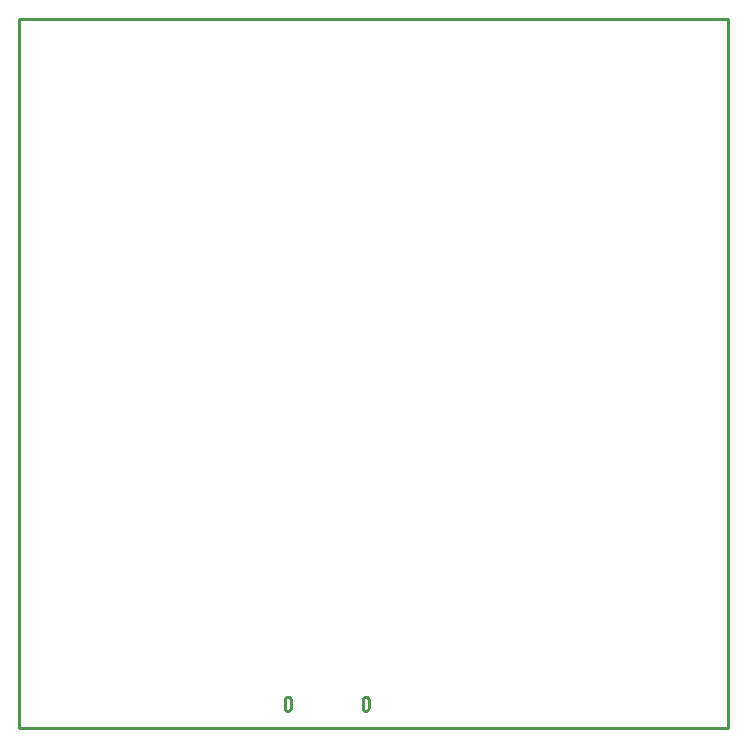
<source format=gbr>
G04 EAGLE Gerber RS-274X export*
G75*
%MOMM*%
%FSLAX34Y34*%
%LPD*%
%IN*%
%IPPOS*%
%AMOC8*
5,1,8,0,0,1.08239X$1,22.5*%
G01*
G04 Define Apertures*
%ADD10C,0.254000*%
D10*
X0Y0D02*
X600000Y0D01*
X600000Y600000D01*
X0Y600000D01*
X0Y0D01*
X290735Y16740D02*
X290745Y16522D01*
X290773Y16306D01*
X290820Y16093D01*
X290886Y15885D01*
X290969Y15683D01*
X291070Y15490D01*
X291187Y15306D01*
X291320Y15133D01*
X291467Y14972D01*
X291628Y14825D01*
X291801Y14692D01*
X291985Y14575D01*
X292179Y14474D01*
X292380Y14391D01*
X292588Y14325D01*
X292801Y14278D01*
X293017Y14250D01*
X293235Y14240D01*
X293453Y14250D01*
X293669Y14278D01*
X293882Y14325D01*
X294090Y14391D01*
X294292Y14474D01*
X294485Y14575D01*
X294669Y14692D01*
X294842Y14825D01*
X295003Y14972D01*
X295150Y15133D01*
X295283Y15306D01*
X295400Y15490D01*
X295501Y15683D01*
X295584Y15885D01*
X295650Y16093D01*
X295697Y16306D01*
X295726Y16522D01*
X295735Y16740D01*
X295735Y23740D01*
X295726Y23958D01*
X295697Y24174D01*
X295650Y24387D01*
X295584Y24595D01*
X295501Y24797D01*
X295400Y24990D01*
X295283Y25174D01*
X295150Y25347D01*
X295003Y25508D01*
X294842Y25655D01*
X294669Y25788D01*
X294485Y25905D01*
X294292Y26006D01*
X294090Y26089D01*
X293882Y26155D01*
X293669Y26202D01*
X293453Y26231D01*
X293235Y26240D01*
X293017Y26231D01*
X292801Y26202D01*
X292588Y26155D01*
X292380Y26089D01*
X292179Y26006D01*
X291985Y25905D01*
X291801Y25788D01*
X291628Y25655D01*
X291467Y25508D01*
X291320Y25347D01*
X291187Y25174D01*
X291070Y24990D01*
X290969Y24797D01*
X290886Y24595D01*
X290820Y24387D01*
X290773Y24174D01*
X290745Y23958D01*
X290735Y23740D01*
X290735Y16740D01*
X224735Y16740D02*
X224745Y16522D01*
X224773Y16306D01*
X224820Y16093D01*
X224886Y15885D01*
X224969Y15683D01*
X225070Y15490D01*
X225187Y15306D01*
X225320Y15133D01*
X225467Y14972D01*
X225628Y14825D01*
X225801Y14692D01*
X225985Y14575D01*
X226179Y14474D01*
X226380Y14391D01*
X226588Y14325D01*
X226801Y14278D01*
X227017Y14250D01*
X227235Y14240D01*
X227453Y14250D01*
X227669Y14278D01*
X227882Y14325D01*
X228090Y14391D01*
X228292Y14474D01*
X228485Y14575D01*
X228669Y14692D01*
X228842Y14825D01*
X229003Y14972D01*
X229150Y15133D01*
X229283Y15306D01*
X229400Y15490D01*
X229501Y15683D01*
X229584Y15885D01*
X229650Y16093D01*
X229697Y16306D01*
X229726Y16522D01*
X229735Y16740D01*
X229735Y23740D01*
X229726Y23958D01*
X229697Y24174D01*
X229650Y24387D01*
X229584Y24595D01*
X229501Y24797D01*
X229400Y24990D01*
X229283Y25174D01*
X229150Y25347D01*
X229003Y25508D01*
X228842Y25655D01*
X228669Y25788D01*
X228485Y25905D01*
X228292Y26006D01*
X228090Y26089D01*
X227882Y26155D01*
X227669Y26202D01*
X227453Y26231D01*
X227235Y26240D01*
X227017Y26231D01*
X226801Y26202D01*
X226588Y26155D01*
X226380Y26089D01*
X226179Y26006D01*
X225985Y25905D01*
X225801Y25788D01*
X225628Y25655D01*
X225467Y25508D01*
X225320Y25347D01*
X225187Y25174D01*
X225070Y24990D01*
X224969Y24797D01*
X224886Y24595D01*
X224820Y24387D01*
X224773Y24174D01*
X224745Y23958D01*
X224735Y23740D01*
X224735Y16740D01*
M02*

</source>
